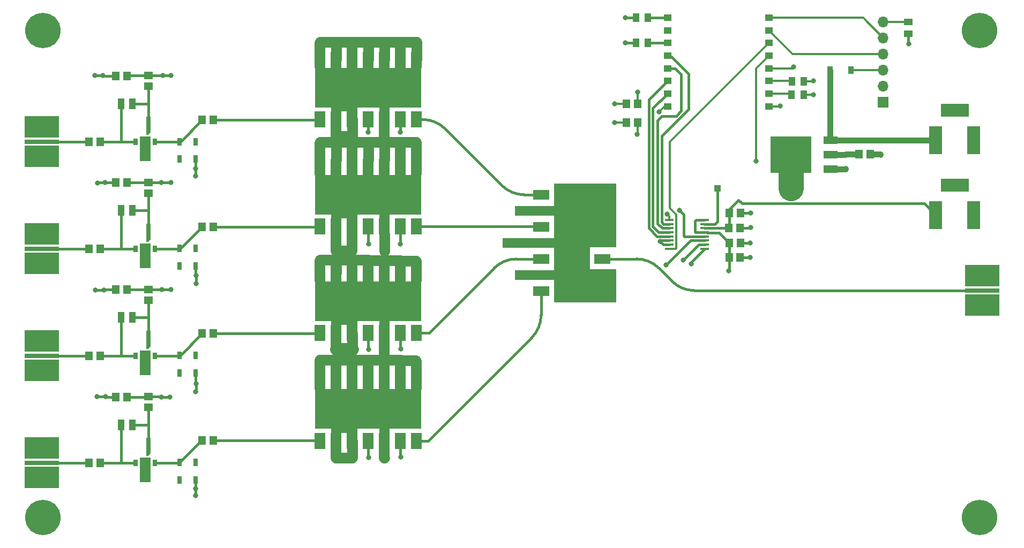
<source format=gbr>
%TF.GenerationSoftware,KiCad,Pcbnew,6.0.11*%
%TF.CreationDate,2023-02-03T09:16:33-05:00*%
%TF.ProjectId,PhasedArrayReceiver,50686173-6564-4417-9272-617952656365,rev?*%
%TF.SameCoordinates,Original*%
%TF.FileFunction,Copper,L1,Top*%
%TF.FilePolarity,Positive*%
%FSLAX46Y46*%
G04 Gerber Fmt 4.6, Leading zero omitted, Abs format (unit mm)*
G04 Created by KiCad (PCBNEW 6.0.11) date 2023-02-03 09:16:33*
%MOMM*%
%LPD*%
G01*
G04 APERTURE LIST*
G04 Aperture macros list*
%AMOutline5P*
0 Free polygon, 5 corners , with rotation*
0 The origin of the aperture is its center*
0 number of corners: always 5*
0 $1 to $10 corner X, Y*
0 $11 Rotation angle, in degrees counterclockwise*
0 create outline with 5 corners*
4,1,5,$1,$2,$3,$4,$5,$6,$7,$8,$9,$10,$1,$2,$11*%
%AMOutline6P*
0 Free polygon, 6 corners , with rotation*
0 The origin of the aperture is its center*
0 number of corners: always 6*
0 $1 to $12 corner X, Y*
0 $13 Rotation angle, in degrees counterclockwise*
0 create outline with 6 corners*
4,1,6,$1,$2,$3,$4,$5,$6,$7,$8,$9,$10,$11,$12,$1,$2,$13*%
%AMOutline7P*
0 Free polygon, 7 corners , with rotation*
0 The origin of the aperture is its center*
0 number of corners: always 7*
0 $1 to $14 corner X, Y*
0 $15 Rotation angle, in degrees counterclockwise*
0 create outline with 7 corners*
4,1,7,$1,$2,$3,$4,$5,$6,$7,$8,$9,$10,$11,$12,$13,$14,$1,$2,$15*%
%AMOutline8P*
0 Free polygon, 8 corners , with rotation*
0 The origin of the aperture is its center*
0 number of corners: always 8*
0 $1 to $16 corner X, Y*
0 $17 Rotation angle, in degrees counterclockwise*
0 create outline with 8 corners*
4,1,8,$1,$2,$3,$4,$5,$6,$7,$8,$9,$10,$11,$12,$13,$14,$15,$16,$1,$2,$17*%
G04 Aperture macros list end*
%TA.AperFunction,SMDPad,CuDef*%
%ADD10R,1.420000X1.200000*%
%TD*%
%TA.AperFunction,SMDPad,CuDef*%
%ADD11R,1.020000X1.780000*%
%TD*%
%TA.AperFunction,SMDPad,CuDef*%
%ADD12R,1.010000X1.380000*%
%TD*%
%TA.AperFunction,SMDPad,CuDef*%
%ADD13R,1.380000X1.010000*%
%TD*%
%TA.AperFunction,ComponentPad*%
%ADD14R,2.000000X4.500000*%
%TD*%
%TA.AperFunction,ComponentPad*%
%ADD15R,4.500000X2.000000*%
%TD*%
%TA.AperFunction,SMDPad,CuDef*%
%ADD16R,1.150000X1.450000*%
%TD*%
%TA.AperFunction,SMDPad,CuDef*%
%ADD17R,1.160000X1.470000*%
%TD*%
%TA.AperFunction,ComponentPad*%
%ADD18C,3.600000*%
%TD*%
%TA.AperFunction,ConnectorPad*%
%ADD19C,5.600000*%
%TD*%
%TA.AperFunction,SMDPad,CuDef*%
%ADD20R,5.540000X0.720000*%
%TD*%
%TA.AperFunction,SMDPad,CuDef*%
%ADD21R,5.540000X3.450000*%
%TD*%
%TA.AperFunction,ComponentPad*%
%ADD22C,1.400000*%
%TD*%
%TA.AperFunction,ComponentPad*%
%ADD23C,0.508000*%
%TD*%
%TA.AperFunction,SMDPad,CuDef*%
%ADD24R,2.540000X1.650000*%
%TD*%
%TA.AperFunction,SMDPad,CuDef*%
%ADD25R,2.200000X1.200000*%
%TD*%
%TA.AperFunction,SMDPad,CuDef*%
%ADD26R,6.400000X5.800000*%
%TD*%
%TA.AperFunction,SMDPad,CuDef*%
%ADD27R,1.473200X0.355600*%
%TD*%
%TA.AperFunction,SMDPad,CuDef*%
%ADD28R,1.651000X2.540000*%
%TD*%
%TA.AperFunction,SMDPad,CuDef*%
%ADD29R,16.890000X6.225000*%
%TD*%
%TA.AperFunction,SMDPad,CuDef*%
%ADD30R,0.760000X1.270000*%
%TD*%
%TA.AperFunction,SMDPad,CuDef*%
%ADD31R,0.790000X1.117600*%
%TD*%
%TA.AperFunction,SMDPad,CuDef*%
%ADD32Outline5P,-0.304800X1.435100X0.304800X1.435100X0.304800X-1.130300X0.000000X-1.435100X-0.304800X-1.435100X0.000000*%
%TD*%
%TA.AperFunction,HeatsinkPad*%
%ADD33C,0.381000*%
%TD*%
%TA.AperFunction,HeatsinkPad*%
%ADD34R,1.700000X2.286000*%
%TD*%
%TA.AperFunction,HeatsinkPad*%
%ADD35R,1.700000X1.700000*%
%TD*%
%TA.AperFunction,ComponentPad*%
%ADD36R,1.000000X1.000000*%
%TD*%
%TA.AperFunction,SMDPad,CuDef*%
%ADD37R,1.200000X1.000000*%
%TD*%
%TA.AperFunction,ComponentPad*%
%ADD38R,1.700000X1.700000*%
%TD*%
%TA.AperFunction,ComponentPad*%
%ADD39O,1.700000X1.700000*%
%TD*%
%TA.AperFunction,SMDPad,CuDef*%
%ADD40R,0.900000X1.200000*%
%TD*%
%TA.AperFunction,ViaPad*%
%ADD41C,0.800000*%
%TD*%
%TA.AperFunction,ViaPad*%
%ADD42C,3.000000*%
%TD*%
%TA.AperFunction,Conductor*%
%ADD43C,0.412683*%
%TD*%
%TA.AperFunction,Conductor*%
%ADD44C,0.900000*%
%TD*%
%TA.AperFunction,Conductor*%
%ADD45C,0.350000*%
%TD*%
%TA.AperFunction,Conductor*%
%ADD46C,4.000000*%
%TD*%
%TA.AperFunction,Conductor*%
%ADD47C,1.651000*%
%TD*%
%TA.AperFunction,Conductor*%
%ADD48C,2.000000*%
%TD*%
G04 APERTURE END LIST*
%TO.C,U9*%
G36*
X157850000Y-80272000D02*
G01*
X150550000Y-80272000D01*
X150550000Y-78748000D01*
X157850000Y-78748000D01*
X157850000Y-80272000D01*
G37*
G36*
X157850000Y-85352000D02*
G01*
X148650000Y-85352000D01*
X148650000Y-83828000D01*
X157850000Y-83828000D01*
X157850000Y-85352000D01*
G37*
G36*
X157850000Y-90432000D02*
G01*
X150550000Y-90432000D01*
X150550000Y-88908000D01*
X157850000Y-88908000D01*
X157850000Y-90432000D01*
G37*
G36*
X166550000Y-85290000D02*
G01*
X161150000Y-85290000D01*
X161150000Y-75190000D01*
X166550000Y-75190000D01*
X166550000Y-85290000D01*
G37*
G36*
X166550000Y-93990000D02*
G01*
X161150000Y-93990000D01*
X161150000Y-88790000D01*
X166550000Y-88790000D01*
X166550000Y-93990000D01*
G37*
G36*
X156750000Y-93990000D02*
G01*
X162450000Y-93990000D01*
X162450000Y-75190000D01*
X156750000Y-75190000D01*
X156750000Y-93990000D01*
G37*
%TO.C,U13*%
G36*
X129114500Y-114640000D02*
G01*
X130765500Y-114640000D01*
X130765500Y-113910000D01*
X129114500Y-113910000D01*
X129114500Y-114640000D01*
G37*
G36*
X121494500Y-114640000D02*
G01*
X125685500Y-114640000D01*
X125685500Y-113910000D01*
X121494500Y-113910000D01*
X121494500Y-114640000D01*
G37*
%TO.C,U12*%
G36*
X129114500Y-97577500D02*
G01*
X130765500Y-97577500D01*
X130765500Y-96847500D01*
X129114500Y-96847500D01*
X129114500Y-97577500D01*
G37*
G36*
X121494500Y-97577500D02*
G01*
X125685500Y-97577500D01*
X125685500Y-96847500D01*
X121494500Y-96847500D01*
X121494500Y-97577500D01*
G37*
%TO.C,U11*%
G36*
X129114500Y-80740000D02*
G01*
X130765500Y-80740000D01*
X130765500Y-80010000D01*
X129114500Y-80010000D01*
X129114500Y-80740000D01*
G37*
G36*
X121494500Y-80740000D02*
G01*
X125685500Y-80740000D01*
X125685500Y-80010000D01*
X121494500Y-80010000D01*
X121494500Y-80740000D01*
G37*
%TO.C,U2*%
G36*
X121494500Y-63800000D02*
G01*
X125685500Y-63800000D01*
X125685500Y-63070000D01*
X121494500Y-63070000D01*
X121494500Y-63800000D01*
G37*
G36*
X129114500Y-63800000D02*
G01*
X130765500Y-63800000D01*
X130765500Y-63070000D01*
X129114500Y-63070000D01*
X129114500Y-63800000D01*
G37*
%TD*%
D10*
%TO.P,R4,1*%
%TO.N,Net-(L4-Pad2)*%
X92690000Y-110605000D03*
%TO.P,R4,2*%
%TO.N,/+3.3V*%
X92690000Y-108935000D03*
%TD*%
%TO.P,R3,1*%
%TO.N,Net-(L3-Pad2)*%
X92690000Y-93665000D03*
%TO.P,R3,2*%
%TO.N,/+3.3V*%
X92690000Y-91995000D03*
%TD*%
%TO.P,R2,1*%
%TO.N,Net-(L2-Pad2)*%
X92690000Y-76725000D03*
%TO.P,R2,2*%
%TO.N,/+3.3V*%
X92690000Y-75055000D03*
%TD*%
%TO.P,R1,1*%
%TO.N,Net-(L1-Pad2)*%
X92660000Y-59815000D03*
%TO.P,R1,2*%
%TO.N,/+3.3V*%
X92660000Y-58145000D03*
%TD*%
D11*
%TO.P,L4,1,1*%
%TO.N,Net-(C6-Pad2)*%
X88350000Y-113350000D03*
%TO.P,L4,2,2*%
%TO.N,Net-(L4-Pad2)*%
X90130000Y-113350000D03*
%TD*%
%TO.P,L3,1,1*%
%TO.N,Net-(C5-Pad2)*%
X88350000Y-96410000D03*
%TO.P,L3,2,2*%
%TO.N,Net-(L3-Pad2)*%
X90130000Y-96410000D03*
%TD*%
%TO.P,L2,1,1*%
%TO.N,Net-(C4-Pad2)*%
X88350000Y-79470000D03*
%TO.P,L2,2,2*%
%TO.N,Net-(L2-Pad2)*%
X90130000Y-79470000D03*
%TD*%
%TO.P,L1,1,1*%
%TO.N,Net-(C1-Pad2)*%
X88350000Y-62560000D03*
%TO.P,L1,2,2*%
%TO.N,Net-(L1-Pad2)*%
X90130000Y-62560000D03*
%TD*%
D12*
%TO.P,R9,1*%
%TO.N,/SPI_CS*%
X194290000Y-61140000D03*
%TO.P,R9,2*%
%TO.N,/GND*%
X196190000Y-61140000D03*
%TD*%
%TO.P,R8,1*%
%TO.N,/+3.3V*%
X196200000Y-59000000D03*
%TO.P,R8,2*%
%TO.N,Net-(MOD1-Pad11)*%
X194300000Y-59000000D03*
%TD*%
%TO.P,R7,1*%
%TO.N,/+3.3V*%
X169700000Y-52930000D03*
%TO.P,R7,2*%
%TO.N,Net-(MOD1-Pad3)*%
X171600000Y-52930000D03*
%TD*%
%TO.P,R6,1*%
%TO.N,/+3.3V*%
X169700000Y-48980000D03*
%TO.P,R6,2*%
%TO.N,Net-(MOD1-Pad1)*%
X171600000Y-48980000D03*
%TD*%
D13*
%TO.P,R5,1*%
%TO.N,/+3.3V*%
X212730000Y-51540000D03*
%TO.P,R5,2*%
%TO.N,/FTDI_RTS#*%
X212730000Y-49640000D03*
%TD*%
D14*
%TO.P,J7,1*%
%TO.N,/+12V*%
X217050000Y-80170000D03*
%TO.P,J7,2*%
%TO.N,/GND*%
X223050000Y-80170000D03*
D15*
%TO.P,J7,3*%
%TO.N,N/C*%
X220050000Y-75470000D03*
%TD*%
D14*
%TO.P,J6,1*%
%TO.N,/+5V*%
X217050000Y-68330000D03*
%TO.P,J6,2*%
%TO.N,/GND*%
X223050000Y-68330000D03*
D15*
%TO.P,J6,3*%
%TO.N,N/C*%
X220050000Y-63630000D03*
%TD*%
D16*
%TO.P,C19,1*%
%TO.N,/+3.3V*%
X204910000Y-70590000D03*
%TO.P,C19,2*%
%TO.N,/GND*%
X206710000Y-70590000D03*
%TD*%
%TO.P,C18,1*%
%TO.N,/+3.3V*%
X169970000Y-65580000D03*
%TO.P,C18,2*%
%TO.N,/GND*%
X168170000Y-65580000D03*
%TD*%
%TO.P,C14,1*%
%TO.N,/+3.3V*%
X184420000Y-84590000D03*
%TO.P,C14,2*%
%TO.N,/GND*%
X186220000Y-84590000D03*
%TD*%
%TO.P,C13,1*%
%TO.N,/+12V*%
X184410000Y-79870000D03*
%TO.P,C13,2*%
%TO.N,/GND*%
X186210000Y-79870000D03*
%TD*%
D17*
%TO.P,C1,1*%
%TO.N,Net-(C1-Pad1)*%
X83290000Y-68570000D03*
%TO.P,C1,2*%
%TO.N,Net-(C1-Pad2)*%
X85050000Y-68570000D03*
%TD*%
%TO.P,C17,1*%
%TO.N,/+3.3V*%
X169940000Y-62570000D03*
%TO.P,C17,2*%
%TO.N,/GND*%
X168180000Y-62570000D03*
%TD*%
%TO.P,C16,1*%
%TO.N,/+3.3V*%
X184400000Y-86930000D03*
%TO.P,C16,2*%
%TO.N,/GND*%
X186160000Y-86930000D03*
%TD*%
%TO.P,C15,1*%
%TO.N,/+12V*%
X184380000Y-82240000D03*
%TO.P,C15,2*%
%TO.N,/GND*%
X186140000Y-82240000D03*
%TD*%
%TO.P,C12,1*%
%TO.N,Net-(C12-Pad1)*%
X101160000Y-115850000D03*
%TO.P,C12,2*%
%TO.N,Net-(C12-Pad2)*%
X102920000Y-115850000D03*
%TD*%
%TO.P,C11,1*%
%TO.N,Net-(C11-Pad1)*%
X101160000Y-98940000D03*
%TO.P,C11,2*%
%TO.N,Net-(C11-Pad2)*%
X102920000Y-98940000D03*
%TD*%
%TO.P,C10,1*%
%TO.N,Net-(C10-Pad1)*%
X101160000Y-82030000D03*
%TO.P,C10,2*%
%TO.N,Net-(C10-Pad2)*%
X102920000Y-82030000D03*
%TD*%
%TO.P,C9,1*%
%TO.N,/+3.3V*%
X89240000Y-108950000D03*
%TO.P,C9,2*%
%TO.N,/GND*%
X87480000Y-108950000D03*
%TD*%
%TO.P,C8,1*%
%TO.N,/+3.3V*%
X89240000Y-92010000D03*
%TO.P,C8,2*%
%TO.N,/GND*%
X87480000Y-92010000D03*
%TD*%
%TO.P,C7,1*%
%TO.N,/+3.3V*%
X89240000Y-75070000D03*
%TO.P,C7,2*%
%TO.N,/GND*%
X87480000Y-75070000D03*
%TD*%
%TO.P,C6,1*%
%TO.N,Net-(C6-Pad1)*%
X83290000Y-119380000D03*
%TO.P,C6,2*%
%TO.N,Net-(C6-Pad2)*%
X85050000Y-119380000D03*
%TD*%
%TO.P,C5,1*%
%TO.N,Net-(C5-Pad1)*%
X83290000Y-102440000D03*
%TO.P,C5,2*%
%TO.N,Net-(C5-Pad2)*%
X85050000Y-102440000D03*
%TD*%
%TO.P,C4,1*%
%TO.N,Net-(C4-Pad1)*%
X83290000Y-85510000D03*
%TO.P,C4,2*%
%TO.N,Net-(C4-Pad2)*%
X85050000Y-85510000D03*
%TD*%
%TO.P,C3,1*%
%TO.N,Net-(C3-Pad1)*%
X101160000Y-65120000D03*
%TO.P,C3,2*%
%TO.N,Net-(C3-Pad2)*%
X102920000Y-65120000D03*
%TD*%
%TO.P,C2,1*%
%TO.N,/+3.3V*%
X89240000Y-58160000D03*
%TO.P,C2,2*%
%TO.N,/GND*%
X87480000Y-58160000D03*
%TD*%
D18*
%TO.P,REF\u002A\u002A,1*%
%TO.N,N/C*%
X76000000Y-128000000D03*
D19*
X76000000Y-128000000D03*
%TD*%
D18*
%TO.P,REF\u002A\u002A,1*%
%TO.N,N/C*%
X224000000Y-128000000D03*
D19*
X224000000Y-128000000D03*
%TD*%
D18*
%TO.P,REF\u002A\u002A,1*%
%TO.N,N/C*%
X224000000Y-51000000D03*
D19*
X224000000Y-51000000D03*
%TD*%
D18*
%TO.P,REF\u002A\u002A,1*%
%TO.N,N/C*%
X76000000Y-51000000D03*
D19*
X76000000Y-51000000D03*
%TD*%
D20*
%TO.P,J8,1,1*%
%TO.N,Net-(J8-Pad1)*%
X224395000Y-92120000D03*
D21*
%TO.P,J8,G1,GND*%
%TO.N,/GND*%
X224395000Y-89780000D03*
D22*
%TO.P,J8,G1-1,GND*%
X223205000Y-90685000D03*
%TO.P,J8,G1-2,GND*%
X225497000Y-90685000D03*
D21*
%TO.P,J8,G2,GND*%
X224395000Y-94460000D03*
D22*
%TO.P,J8,G2-1,GND*%
X223205000Y-93555000D03*
%TO.P,J8,G2-2,GND*%
X225497000Y-93555000D03*
%TD*%
D20*
%TO.P,J4,1,1*%
%TO.N,Net-(C6-Pad1)*%
X75825000Y-119380000D03*
D21*
%TO.P,J4,G1,GND*%
%TO.N,/GND*%
X75825000Y-121720000D03*
D22*
%TO.P,J4,G1-1,GND*%
X77015000Y-120815000D03*
%TO.P,J4,G1-2,GND*%
X74723000Y-120815000D03*
D21*
%TO.P,J4,G2,GND*%
X75825000Y-117040000D03*
D22*
%TO.P,J4,G2-1,GND*%
X77015000Y-117945000D03*
%TO.P,J4,G2-2,GND*%
X74723000Y-117945000D03*
%TD*%
D20*
%TO.P,J3,1,1*%
%TO.N,Net-(C5-Pad1)*%
X75825000Y-102446666D03*
D21*
%TO.P,J3,G1,GND*%
%TO.N,/GND*%
X75825000Y-104786666D03*
D22*
%TO.P,J3,G1-1,GND*%
X77015000Y-103881666D03*
%TO.P,J3,G1-2,GND*%
X74723000Y-103881666D03*
D21*
%TO.P,J3,G2,GND*%
X75825000Y-100106666D03*
D22*
%TO.P,J3,G2-1,GND*%
X77015000Y-101011666D03*
%TO.P,J3,G2-2,GND*%
X74723000Y-101011666D03*
%TD*%
D20*
%TO.P,J2,1,1*%
%TO.N,Net-(C4-Pad1)*%
X75825000Y-85513333D03*
D21*
%TO.P,J2,G1,GND*%
%TO.N,/GND*%
X75825000Y-87853333D03*
D22*
%TO.P,J2,G1-1,GND*%
X77015000Y-86948333D03*
%TO.P,J2,G1-2,GND*%
X74723000Y-86948333D03*
D21*
%TO.P,J2,G2,GND*%
X75825000Y-83173333D03*
D22*
%TO.P,J2,G2-1,GND*%
X77015000Y-84078333D03*
%TO.P,J2,G2-2,GND*%
X74723000Y-84078333D03*
%TD*%
D20*
%TO.P,J1,1,1*%
%TO.N,Net-(C1-Pad1)*%
X75825000Y-68580000D03*
D21*
%TO.P,J1,G1,GND*%
%TO.N,/GND*%
X75825000Y-70920000D03*
D22*
%TO.P,J1,G1-1,GND*%
X77015000Y-70015000D03*
%TO.P,J1,G1-2,GND*%
X74723000Y-70015000D03*
D21*
%TO.P,J1,G2,GND*%
X75825000Y-66240000D03*
D22*
%TO.P,J1,G2-1,GND*%
X77015000Y-67145000D03*
%TO.P,J1,G2-2,GND*%
X74723000Y-67145000D03*
%TD*%
D23*
%TO.P,U9,1,GND*%
%TO.N,/GND*%
X161850000Y-92210000D03*
X163950000Y-89670000D03*
X157330000Y-76970000D03*
X161850000Y-82050000D03*
X161850000Y-89670000D03*
D24*
X164375000Y-82050000D03*
D23*
X161850000Y-87090000D03*
X154850000Y-89670000D03*
X166050000Y-76970000D03*
X154850000Y-79510000D03*
X157330000Y-89670000D03*
D24*
X164375000Y-92210000D03*
D23*
X166050000Y-84590000D03*
X157330000Y-92210000D03*
X166050000Y-92210000D03*
D24*
X164375000Y-76970000D03*
D23*
X161850000Y-79510000D03*
X152950000Y-79530000D03*
X161850000Y-84590000D03*
X163950000Y-79510000D03*
X166050000Y-79510000D03*
X166050000Y-89670000D03*
X163950000Y-84590000D03*
X157330000Y-82050000D03*
X161850000Y-76970000D03*
X152950000Y-84590000D03*
X157330000Y-79510000D03*
X157330000Y-84590000D03*
X149550000Y-84590000D03*
X157330000Y-87090000D03*
X166050000Y-82050000D03*
X152950000Y-89690000D03*
X151150000Y-89690000D03*
X151150000Y-79530000D03*
X151150000Y-84590000D03*
X154850000Y-84590000D03*
D24*
%TO.P,U9,2,PORT1*%
%TO.N,/RF4*%
X154725000Y-92210000D03*
%TO.P,U9,3,SUM_PORT*%
%TO.N,Net-(J8-Pad1)*%
X164375000Y-87130000D03*
%TO.P,U9,4,PORT2*%
%TO.N,/RF3*%
X154725000Y-87130000D03*
%TO.P,U9,6,PORT3*%
%TO.N,/RF2*%
X154725000Y-82050000D03*
%TO.P,U9,8,PORT4*%
%TO.N,/RF1*%
X154725000Y-76970000D03*
%TD*%
D25*
%TO.P,U15,1,GND*%
%TO.N,/GND*%
X200460000Y-72900000D03*
%TO.P,U15,2,Q*%
%TO.N,/+3.3V*%
X200460000Y-70620000D03*
D26*
X194160000Y-70620000D03*
D25*
%TO.P,U15,3,I*%
%TO.N,/+5V*%
X200460000Y-68340000D03*
%TD*%
D27*
%TO.P,U14,1,\u002ACLR*%
%TO.N,/IO4*%
X174918500Y-80944000D03*
%TO.P,U14,2,\u002ASYNC*%
%TO.N,/IO16*%
X174918500Y-81604400D03*
%TO.P,U14,3,SCLK*%
%TO.N,/SPI_CLK*%
X174918500Y-82264800D03*
%TO.P,U14,4,SDI*%
%TO.N,/SPI_MOSI*%
X174918500Y-82899800D03*
%TO.P,U14,5,SDO*%
%TO.N,/SPI_MISO*%
X174918500Y-83560200D03*
%TO.P,U14,6,DGND*%
%TO.N,/GND*%
X174918500Y-84195200D03*
%TO.P,U14,7,AGND*%
X174918500Y-84855600D03*
%TO.P,U14,8,\u002ALDAC*%
%TO.N,/IO5*%
X174918500Y-85516000D03*
%TO.P,U14,9,VOUTD*%
%TO.N,/BIAS4*%
X180557300Y-85516000D03*
%TO.P,U14,10,VOUTC*%
%TO.N,/BIAS3*%
X180557300Y-84855600D03*
%TO.P,U14,11,VOUTB*%
%TO.N,/BIAS2*%
X180557300Y-84195200D03*
%TO.P,U14,12,VOUTA*%
%TO.N,/BIAS1*%
X180557300Y-83560200D03*
%TO.P,U14,13,\u002AR_SEL*%
%TO.N,/+3.3V*%
X180557300Y-82899800D03*
%TO.P,U14,14,VDD*%
%TO.N,/+12V*%
X180557300Y-82264800D03*
%TO.P,U14,15,\u002AALARM*%
%TO.N,Net-(TP1-Pad1)*%
X180557300Y-81604400D03*
%TO.P,U14,16,VLOGIC*%
%TO.N,/+3.3V*%
X180557300Y-80944000D03*
%TD*%
D28*
%TO.P,U13,7,OUT*%
%TO.N,/RF4*%
X135020000Y-115910000D03*
%TO.P,U13,6,BIAS*%
%TO.N,/BIAS4*%
X132480000Y-115910000D03*
%TO.P,U13,4,BIAS*%
X127400000Y-115910000D03*
%TO.P,U13,2,GND*%
%TO.N,/GND*%
X124860000Y-106510000D03*
D23*
X135020000Y-108923000D03*
D28*
X127400000Y-106510000D03*
D23*
X129940000Y-110066000D03*
X119780000Y-108923000D03*
X135020000Y-113497000D03*
X132480000Y-110066000D03*
D29*
X127400000Y-110892500D03*
D23*
X135020000Y-110066000D03*
X132480000Y-108923000D03*
X122320000Y-112354000D03*
X129940000Y-108923000D03*
D28*
X132480000Y-106510000D03*
D23*
X124860000Y-112354000D03*
X127400000Y-110066000D03*
X119780000Y-112354000D03*
X127400000Y-113497000D03*
D28*
X122320000Y-106510000D03*
D23*
X132480000Y-112354000D03*
X124860000Y-113497000D03*
D28*
X129940000Y-115910000D03*
D23*
X129940000Y-113497000D03*
X129940000Y-112354000D03*
X127400000Y-112354000D03*
X122320000Y-113497000D03*
D28*
X119780000Y-106510000D03*
D23*
X122320000Y-110066000D03*
X122320000Y-108923000D03*
D28*
X135020000Y-106510000D03*
X124860000Y-115910000D03*
X129940000Y-106510000D03*
D23*
X132480000Y-113497000D03*
X124860000Y-110066000D03*
X119780000Y-110066000D03*
D28*
X122320000Y-115910000D03*
D23*
X127400000Y-108923000D03*
X124860000Y-108923000D03*
X135020000Y-112354000D03*
X119780000Y-113497000D03*
D28*
%TO.P,U13,1,IN*%
%TO.N,Net-(C12-Pad2)*%
X119780000Y-115910000D03*
%TD*%
%TO.P,U12,7,OUT*%
%TO.N,/RF3*%
X135020000Y-98847500D03*
%TO.P,U12,6,BIAS*%
%TO.N,/BIAS3*%
X132480000Y-98847500D03*
%TO.P,U12,4,BIAS*%
X127400000Y-98847500D03*
%TO.P,U12,2,GND*%
%TO.N,/GND*%
X124860000Y-89447500D03*
D23*
X135020000Y-91860500D03*
D28*
X127400000Y-89447500D03*
D23*
X129940000Y-93003500D03*
X119780000Y-91860500D03*
X135020000Y-96434500D03*
X132480000Y-93003500D03*
D29*
X127400000Y-93830000D03*
D23*
X135020000Y-93003500D03*
X132480000Y-91860500D03*
X122320000Y-95291500D03*
X129940000Y-91860500D03*
D28*
X132480000Y-89447500D03*
D23*
X124860000Y-95291500D03*
X127400000Y-93003500D03*
X119780000Y-95291500D03*
X127400000Y-96434500D03*
D28*
X122320000Y-89447500D03*
D23*
X132480000Y-95291500D03*
X124860000Y-96434500D03*
D28*
X129940000Y-98847500D03*
D23*
X129940000Y-96434500D03*
X129940000Y-95291500D03*
X127400000Y-95291500D03*
X122320000Y-96434500D03*
D28*
X119780000Y-89447500D03*
D23*
X122320000Y-93003500D03*
X122320000Y-91860500D03*
D28*
X135020000Y-89447500D03*
X124860000Y-98847500D03*
X129940000Y-89447500D03*
D23*
X132480000Y-96434500D03*
X124860000Y-93003500D03*
X119780000Y-93003500D03*
D28*
X122320000Y-98847500D03*
D23*
X127400000Y-91860500D03*
X124860000Y-91860500D03*
X135020000Y-95291500D03*
X119780000Y-96434500D03*
D28*
%TO.P,U12,1,IN*%
%TO.N,Net-(C11-Pad2)*%
X119780000Y-98847500D03*
%TD*%
%TO.P,U11,7,OUT*%
%TO.N,/RF2*%
X135020000Y-82010000D03*
%TO.P,U11,6,BIAS*%
%TO.N,/BIAS2*%
X132480000Y-82010000D03*
%TO.P,U11,4,BIAS*%
X127400000Y-82010000D03*
%TO.P,U11,2,GND*%
%TO.N,/GND*%
X124860000Y-72610000D03*
D23*
X135020000Y-75023000D03*
D28*
X127400000Y-72610000D03*
D23*
X129940000Y-76166000D03*
X119780000Y-75023000D03*
X135020000Y-79597000D03*
X132480000Y-76166000D03*
D29*
X127400000Y-76992500D03*
D23*
X135020000Y-76166000D03*
X132480000Y-75023000D03*
X122320000Y-78454000D03*
X129940000Y-75023000D03*
D28*
X132480000Y-72610000D03*
D23*
X124860000Y-78454000D03*
X127400000Y-76166000D03*
X119780000Y-78454000D03*
X127400000Y-79597000D03*
D28*
X122320000Y-72610000D03*
D23*
X132480000Y-78454000D03*
X124860000Y-79597000D03*
D28*
X129940000Y-82010000D03*
D23*
X129940000Y-79597000D03*
X129940000Y-78454000D03*
X127400000Y-78454000D03*
X122320000Y-79597000D03*
D28*
X119780000Y-72610000D03*
D23*
X122320000Y-76166000D03*
X122320000Y-75023000D03*
D28*
X135020000Y-72610000D03*
X124860000Y-82010000D03*
X129940000Y-72610000D03*
D23*
X132480000Y-79597000D03*
X124860000Y-76166000D03*
X119780000Y-76166000D03*
D28*
X122320000Y-82010000D03*
D23*
X127400000Y-75023000D03*
X124860000Y-75023000D03*
X135020000Y-78454000D03*
X119780000Y-79597000D03*
D28*
%TO.P,U11,1,IN*%
%TO.N,Net-(C10-Pad2)*%
X119780000Y-82010000D03*
%TD*%
D30*
%TO.P,U10,1,RF_IN*%
%TO.N,Net-(C12-Pad1)*%
X97590000Y-119295000D03*
%TO.P,U10,2*%
%TO.N,unconnected-(U10-Pad2)*%
X100130000Y-119295000D03*
%TO.P,U10,3,DC*%
%TO.N,/+3.3V*%
X100130000Y-122085000D03*
%TO.P,U10,4*%
%TO.N,unconnected-(U10-Pad4)*%
X97590000Y-122085000D03*
%TD*%
%TO.P,U8,1,RF_IN*%
%TO.N,Net-(C11-Pad1)*%
X97590000Y-102385000D03*
%TO.P,U8,2*%
%TO.N,unconnected-(U8-Pad2)*%
X100130000Y-102385000D03*
%TO.P,U8,3,DC*%
%TO.N,/+3.3V*%
X100130000Y-105175000D03*
%TO.P,U8,4*%
%TO.N,unconnected-(U8-Pad4)*%
X97590000Y-105175000D03*
%TD*%
%TO.P,U7,1,RF_IN*%
%TO.N,Net-(C10-Pad1)*%
X97590000Y-85475000D03*
%TO.P,U7,2*%
%TO.N,unconnected-(U7-Pad2)*%
X100130000Y-85475000D03*
%TO.P,U7,3,DC*%
%TO.N,/+3.3V*%
X100130000Y-88265000D03*
%TO.P,U7,4*%
%TO.N,unconnected-(U7-Pad4)*%
X97590000Y-88265000D03*
%TD*%
D31*
%TO.P,U6,1,RF_IN*%
%TO.N,Net-(C6-Pad2)*%
X90660000Y-119380000D03*
%TO.P,U6,6,RF_OUT_DC*%
%TO.N,Net-(C12-Pad1)*%
X93660000Y-119380000D03*
D32*
%TO.P,U6,7,BIAS*%
%TO.N,Net-(L4-Pad2)*%
X92642600Y-116839900D03*
D33*
%TO.P,U6,9,GND*%
%TO.N,/GND*%
X91677400Y-121793000D03*
X91677400Y-119862600D03*
X91677400Y-118897400D03*
D34*
X92160000Y-121373000D03*
D33*
X92642600Y-119862600D03*
X92642600Y-121793000D03*
D35*
X92160000Y-119380000D03*
D33*
X92642600Y-118897400D03*
%TD*%
D31*
%TO.P,U5,1,RF_IN*%
%TO.N,Net-(C5-Pad2)*%
X90660000Y-102440000D03*
%TO.P,U5,6,RF_OUT_DC*%
%TO.N,Net-(C11-Pad1)*%
X93660000Y-102440000D03*
D32*
%TO.P,U5,7,BIAS*%
%TO.N,Net-(L3-Pad2)*%
X92642600Y-99899900D03*
D33*
%TO.P,U5,9,GND*%
%TO.N,/GND*%
X91677400Y-104853000D03*
X91677400Y-102922600D03*
X91677400Y-101957400D03*
D34*
X92160000Y-104433000D03*
D33*
X92642600Y-102922600D03*
X92642600Y-104853000D03*
D35*
X92160000Y-102440000D03*
D33*
X92642600Y-101957400D03*
%TD*%
%TO.P,U4,9,GND*%
%TO.N,/GND*%
X92642600Y-85017400D03*
D35*
X92160000Y-85500000D03*
D33*
X92642600Y-87913000D03*
X92642600Y-85982600D03*
D34*
X92160000Y-87493000D03*
D33*
X91677400Y-85017400D03*
X91677400Y-85982600D03*
X91677400Y-87913000D03*
D32*
%TO.P,U4,7,BIAS*%
%TO.N,Net-(L2-Pad2)*%
X92642600Y-82959900D03*
D31*
%TO.P,U4,6,RF_OUT_DC*%
%TO.N,Net-(C10-Pad1)*%
X93660000Y-85500000D03*
%TO.P,U4,1,RF_IN*%
%TO.N,Net-(C4-Pad2)*%
X90660000Y-85500000D03*
%TD*%
D30*
%TO.P,U3,1,RF_IN*%
%TO.N,Net-(C3-Pad1)*%
X97590000Y-68565000D03*
%TO.P,U3,2*%
%TO.N,unconnected-(U3-Pad2)*%
X100130000Y-68565000D03*
%TO.P,U3,3,DC*%
%TO.N,/+3.3V*%
X100130000Y-71355000D03*
%TO.P,U3,4*%
%TO.N,unconnected-(U3-Pad4)*%
X97590000Y-71355000D03*
%TD*%
D28*
%TO.P,U2,1,IN*%
%TO.N,Net-(C3-Pad2)*%
X119780000Y-65070000D03*
D23*
%TO.P,U2,2,GND*%
%TO.N,/GND*%
X119780000Y-62657000D03*
X135020000Y-61514000D03*
X124860000Y-58083000D03*
X127400000Y-58083000D03*
D28*
X122320000Y-65070000D03*
D23*
X119780000Y-59226000D03*
X124860000Y-59226000D03*
X132480000Y-62657000D03*
D28*
X129940000Y-55670000D03*
X124860000Y-65070000D03*
X135020000Y-55670000D03*
D23*
X122320000Y-58083000D03*
X122320000Y-59226000D03*
D28*
X119780000Y-55670000D03*
D23*
X122320000Y-62657000D03*
X127400000Y-61514000D03*
X129940000Y-61514000D03*
X129940000Y-62657000D03*
D28*
X129940000Y-65070000D03*
D23*
X124860000Y-62657000D03*
X132480000Y-61514000D03*
D28*
X122320000Y-55670000D03*
D23*
X127400000Y-62657000D03*
X119780000Y-61514000D03*
X127400000Y-59226000D03*
X124860000Y-61514000D03*
D28*
X132480000Y-55670000D03*
D23*
X129940000Y-58083000D03*
X122320000Y-61514000D03*
X132480000Y-58083000D03*
X135020000Y-59226000D03*
D29*
X127400000Y-60052500D03*
D23*
X132480000Y-59226000D03*
X135020000Y-62657000D03*
X119780000Y-58083000D03*
X129940000Y-59226000D03*
D28*
X127400000Y-55670000D03*
D23*
X135020000Y-58083000D03*
D28*
X124860000Y-55670000D03*
%TO.P,U2,4,BIAS*%
%TO.N,/BIAS1*%
X127400000Y-65070000D03*
%TO.P,U2,6,BIAS*%
X132480000Y-65070000D03*
%TO.P,U2,7,OUT*%
%TO.N,/RF1*%
X135020000Y-65070000D03*
%TD*%
D31*
%TO.P,U1,1,RF_IN*%
%TO.N,Net-(C1-Pad2)*%
X90660000Y-68590000D03*
%TO.P,U1,6,RF_OUT_DC*%
%TO.N,Net-(C3-Pad1)*%
X93660000Y-68590000D03*
D32*
%TO.P,U1,7,BIAS*%
%TO.N,Net-(L1-Pad2)*%
X92642600Y-66049900D03*
D33*
%TO.P,U1,9,GND*%
%TO.N,/GND*%
X91677400Y-71003000D03*
X91677400Y-69072600D03*
X91677400Y-68107400D03*
D34*
X92160000Y-70583000D03*
D33*
X92642600Y-69072600D03*
X92642600Y-71003000D03*
D35*
X92160000Y-68590000D03*
D33*
X92642600Y-68107400D03*
%TD*%
D36*
%TO.P,TP1,1,1*%
%TO.N,Net-(TP1-Pad1)*%
X182580000Y-75990000D03*
%TD*%
D37*
%TO.P,MOD1,1,RST*%
%TO.N,Net-(MOD1-Pad1)*%
X174680000Y-48980000D03*
%TO.P,MOD1,2,ADC*%
%TO.N,unconnected-(MOD1-Pad2)*%
X174680000Y-50980000D03*
%TO.P,MOD1,3,EN*%
%TO.N,Net-(MOD1-Pad3)*%
X174680000Y-52980000D03*
%TO.P,MOD1,4,IO16*%
%TO.N,/IO16*%
X174680000Y-54980000D03*
%TO.P,MOD1,5,IO14*%
%TO.N,/SPI_CLK*%
X174680000Y-56980000D03*
%TO.P,MOD1,6,IO12*%
%TO.N,/SPI_MISO*%
X174680000Y-58980000D03*
%TO.P,MOD1,7,IO13*%
%TO.N,/SPI_MOSI*%
X174680000Y-60980000D03*
%TO.P,MOD1,8,VCC*%
%TO.N,/+3.3V*%
X174680000Y-62980000D03*
%TO.P,MOD1,9,GND*%
%TO.N,/GND*%
X190680000Y-62980000D03*
%TO.P,MOD1,10,IO15*%
%TO.N,/SPI_CS*%
X190680000Y-60980000D03*
%TO.P,MOD1,11,IO2*%
%TO.N,Net-(MOD1-Pad11)*%
X190680000Y-58980000D03*
%TO.P,MOD1,12,IO0*%
%TO.N,/FTDI_RTS#*%
X190680000Y-56980000D03*
%TO.P,MOD1,13,IO4*%
%TO.N,/IO4*%
X190680000Y-54980000D03*
%TO.P,MOD1,14,IO5*%
%TO.N,/IO5*%
X190680000Y-52980000D03*
%TO.P,MOD1,15,RXD0*%
%TO.N,/FTDI_TX*%
X190680000Y-50980000D03*
%TO.P,MOD1,16,TXD0*%
%TO.N,/FTDI_RX*%
X190680000Y-48980000D03*
%TD*%
D38*
%TO.P,J5,1,Pin_1*%
%TO.N,/GND*%
X208760000Y-62340000D03*
D39*
%TO.P,J5,2,Pin_2*%
%TO.N,/FTDI_CTS#*%
X208760000Y-59800000D03*
%TO.P,J5,3,Pin_3*%
%TO.N,/FTDI_5V*%
X208760000Y-57260000D03*
%TO.P,J5,4,Pin_4*%
%TO.N,/FTDI_TX*%
X208760000Y-54720000D03*
%TO.P,J5,5,Pin_5*%
%TO.N,/FTDI_RX*%
X208760000Y-52180000D03*
%TO.P,J5,6,Pin_6*%
%TO.N,/FTDI_RTS#*%
X208760000Y-49640000D03*
%TD*%
D40*
%TO.P,D1,1,K*%
%TO.N,/+5V*%
X200370000Y-57240000D03*
%TO.P,D1,2,A*%
%TO.N,/FTDI_5V*%
X203670000Y-57240000D03*
%TD*%
D41*
%TO.N,/+3.3V*%
X184390000Y-88970000D03*
X212780000Y-53080000D03*
X169910000Y-67390000D03*
%TO.N,/GND*%
X166330000Y-65580000D03*
X166310000Y-62570000D03*
%TO.N,/+3.3V*%
X169950000Y-60770000D03*
X173370000Y-63820000D03*
%TO.N,/GND*%
X208340000Y-70600000D03*
D42*
%TO.N,/+3.3V*%
X194130000Y-75970000D03*
D41*
X202820000Y-70570000D03*
%TO.N,/GND*%
X202820000Y-72850000D03*
X192440000Y-62910000D03*
X197760000Y-61140000D03*
%TO.N,/+3.3V*%
X197750000Y-58950000D03*
%TO.N,/FTDI_RTS#*%
X194590000Y-56780000D03*
%TO.N,/IO4*%
X188630000Y-71630000D03*
X174620000Y-80040000D03*
%TO.N,/+3.3V*%
X167970000Y-52900000D03*
X168000000Y-48980000D03*
%TO.N,/GND*%
X173490000Y-84366041D03*
X187770000Y-86930000D03*
X187770000Y-84600000D03*
X187790000Y-79880000D03*
X187820000Y-82170000D03*
%TO.N,/BIAS4*%
X178440000Y-87880000D03*
%TO.N,/BIAS3*%
X177160000Y-87300000D03*
%TO.N,/BIAS2*%
X174450000Y-88110000D03*
%TO.N,/BIAS1*%
X176570000Y-79470000D03*
%TO.N,/BIAS4*%
X132550000Y-118500000D03*
X127450000Y-118540000D03*
%TO.N,/BIAS3*%
X132550000Y-101390000D03*
X127450000Y-101420000D03*
%TO.N,/BIAS2*%
X132480000Y-84790000D03*
X127410000Y-84790000D03*
%TO.N,/BIAS1*%
X132480000Y-67080000D03*
X127390000Y-67090000D03*
%TO.N,/GND*%
X129960000Y-118630000D03*
X124870000Y-118490000D03*
X122320000Y-118450000D03*
X134965000Y-103170000D03*
X132434165Y-103170000D03*
X129890000Y-101280000D03*
X127372499Y-103170000D03*
X124841666Y-103170000D03*
X122310833Y-103170000D03*
X119780000Y-103170000D03*
X122320000Y-101280000D03*
X124890000Y-101380000D03*
X129890000Y-103170000D03*
X132445000Y-87420000D03*
X129920000Y-87420000D03*
X127395000Y-87370000D03*
X124870000Y-87415000D03*
X122345000Y-87340000D03*
X134970000Y-87470000D03*
X119820000Y-87340000D03*
X129950000Y-85955000D03*
X124860000Y-85865000D03*
X122335000Y-85865000D03*
X127404998Y-68650000D03*
X132438330Y-68650000D03*
X122371666Y-68690000D03*
X124888332Y-68650000D03*
X129921664Y-68650000D03*
X119855000Y-68660000D03*
X134955000Y-68670000D03*
X129940000Y-67780000D03*
X124870000Y-67745000D03*
X122345000Y-67745000D03*
X134960000Y-52870000D03*
X132443330Y-52870000D03*
X129926664Y-52870000D03*
X127409998Y-52870000D03*
X124893332Y-52870000D03*
X122376666Y-52910000D03*
X119860000Y-52860000D03*
%TO.N,/+3.3V*%
X100160000Y-91060000D03*
X100160000Y-89810000D03*
X100130000Y-124560000D03*
X100120000Y-123430000D03*
X100130000Y-108120000D03*
X100150000Y-106860000D03*
X100140000Y-74040000D03*
X100130000Y-72850000D03*
X96080000Y-108950000D03*
X94650000Y-108960000D03*
%TO.N,/GND*%
X84550000Y-108920000D03*
X85860000Y-108930000D03*
%TO.N,/+3.3V*%
X96220000Y-92000000D03*
X94730000Y-91990000D03*
%TO.N,/GND*%
X84290000Y-92030000D03*
X85630000Y-92020000D03*
%TO.N,/+3.3V*%
X96210000Y-75060000D03*
X94680000Y-75060000D03*
%TO.N,/GND*%
X84600000Y-75090000D03*
X85810000Y-75060000D03*
%TO.N,/+3.3V*%
X96190000Y-58140000D03*
X94940000Y-58140000D03*
%TO.N,/GND*%
X84200000Y-58140000D03*
X85490000Y-58140000D03*
%TD*%
D43*
%TO.N,Net-(J8-Pad1)*%
X173304450Y-88594482D02*
G75*
G03*
X169768932Y-87130000I-3535550J-3535518D01*
G01*
X178901068Y-92120022D02*
G75*
G02*
X175365535Y-90655533I32J5000022D01*
G01*
X164375000Y-87130000D02*
X169768932Y-87130000D01*
X173304466Y-88594466D02*
X175365534Y-90655534D01*
X178901068Y-92120000D02*
X224395000Y-92120000D01*
%TO.N,/+3.3V*%
X184400000Y-88960000D02*
X184390000Y-88970000D01*
X184400000Y-86930000D02*
X184400000Y-88960000D01*
D44*
%TO.N,/+5V*%
X200460000Y-68340000D02*
X217040000Y-68340000D01*
D45*
X217040000Y-68340000D02*
X217050000Y-68330000D01*
D43*
%TO.N,/+12V*%
X184410000Y-79250000D02*
X185870000Y-77790000D01*
X184410000Y-79870000D02*
X184410000Y-79250000D01*
X185870000Y-77790000D02*
X186426341Y-78346341D01*
X186426341Y-78346341D02*
X215226341Y-78346341D01*
X215226341Y-78346341D02*
X217050000Y-80170000D01*
%TO.N,/+3.3V*%
X212730000Y-53030000D02*
X212780000Y-53080000D01*
X212730000Y-51540000D02*
X212730000Y-53030000D01*
D45*
%TO.N,/FTDI_RTS#*%
X208760000Y-49640000D02*
X212730000Y-49640000D01*
D43*
%TO.N,/RF4*%
X153225518Y-99574450D02*
G75*
G03*
X154690000Y-96038932I-3535518J3535550D01*
G01*
%TO.N,/RF3*%
X150801068Y-87129978D02*
G75*
G03*
X147265535Y-88594467I32J-5000022D01*
G01*
%TO.N,/RF1*%
X152031068Y-76970022D02*
G75*
G02*
X148495535Y-75505533I32J5000022D01*
G01*
X135988932Y-65069978D02*
G75*
G02*
X139524465Y-66534467I-32J-5000022D01*
G01*
%TO.N,/RF4*%
X135020000Y-115910000D02*
X136890000Y-115910000D01*
X136890000Y-115910000D02*
X153225534Y-99574466D01*
X154690000Y-96038932D02*
X154690000Y-92245000D01*
X154690000Y-92245000D02*
X154725000Y-92210000D01*
%TO.N,/RF3*%
X135020000Y-98847500D02*
X137012500Y-98847500D01*
X137012500Y-98847500D02*
X147265534Y-88594466D01*
X150801068Y-87130000D02*
X154725000Y-87130000D01*
%TO.N,/RF2*%
X135020000Y-82010000D02*
X154685000Y-82010000D01*
X154685000Y-82010000D02*
X154725000Y-82050000D01*
%TO.N,/RF1*%
X135020000Y-65070000D02*
X135988932Y-65070000D01*
X152031068Y-76970000D02*
X154725000Y-76970000D01*
X139524466Y-66534466D02*
X148495534Y-75505534D01*
D45*
%TO.N,/+3.3V*%
X169970000Y-67330000D02*
X169910000Y-67390000D01*
X169970000Y-65580000D02*
X169970000Y-67330000D01*
%TO.N,/GND*%
X168170000Y-65580000D02*
X166330000Y-65580000D01*
X168180000Y-62570000D02*
X166310000Y-62570000D01*
%TO.N,/+3.3V*%
X169940000Y-60780000D02*
X169950000Y-60770000D01*
X169940000Y-62570000D02*
X169940000Y-60780000D01*
X174210000Y-62980000D02*
X173370000Y-63820000D01*
X174680000Y-62980000D02*
X174210000Y-62980000D01*
D44*
%TO.N,/GND*%
X208330000Y-70590000D02*
X208340000Y-70600000D01*
X206710000Y-70590000D02*
X208330000Y-70590000D01*
%TO.N,/+3.3V*%
X202820000Y-70570000D02*
X204890000Y-70570000D01*
X204890000Y-70570000D02*
X204910000Y-70590000D01*
X194160000Y-75940000D02*
X194130000Y-75970000D01*
D46*
X194160000Y-70620000D02*
X194160000Y-75940000D01*
D44*
X202770000Y-70620000D02*
X202820000Y-70570000D01*
X200460000Y-70620000D02*
X202770000Y-70620000D01*
%TO.N,/GND*%
X202770000Y-72900000D02*
X202820000Y-72850000D01*
X200460000Y-72900000D02*
X202770000Y-72900000D01*
%TO.N,/+5V*%
X200370000Y-57240000D02*
X200370000Y-68250000D01*
D45*
X200370000Y-68250000D02*
X200460000Y-68340000D01*
%TO.N,/GND*%
X192370000Y-62980000D02*
X192440000Y-62910000D01*
X190680000Y-62980000D02*
X192370000Y-62980000D01*
X196190000Y-61140000D02*
X197760000Y-61140000D01*
%TO.N,/SPI_CS*%
X190680000Y-60980000D02*
X194130000Y-60980000D01*
X194130000Y-60980000D02*
X194290000Y-61140000D01*
%TO.N,/+3.3V*%
X197700000Y-59000000D02*
X197750000Y-58950000D01*
X196200000Y-59000000D02*
X197700000Y-59000000D01*
%TO.N,Net-(MOD1-Pad11)*%
X190680000Y-58980000D02*
X194280000Y-58980000D01*
X194280000Y-58980000D02*
X194300000Y-59000000D01*
%TO.N,/FTDI_5V*%
X203670000Y-57240000D02*
X208740000Y-57240000D01*
X208740000Y-57240000D02*
X208760000Y-57260000D01*
%TO.N,/FTDI_RTS#*%
X194390000Y-56980000D02*
X194590000Y-56780000D01*
X190680000Y-56980000D02*
X194390000Y-56980000D01*
%TO.N,/FTDI_TX*%
X208760000Y-54720000D02*
X194420000Y-54720000D01*
X194420000Y-54720000D02*
X190680000Y-50980000D01*
%TO.N,/FTDI_RX*%
X190680000Y-48980000D02*
X205560000Y-48980000D01*
X205560000Y-48980000D02*
X208760000Y-52180000D01*
%TO.N,/IO4*%
X188630000Y-71630000D02*
X188630000Y-57030000D01*
X188630000Y-57030000D02*
X190680000Y-54980000D01*
X174918500Y-80944000D02*
X174918500Y-80338500D01*
X174918500Y-80338500D02*
X174620000Y-80040000D01*
D43*
%TO.N,/IO16*%
X174918500Y-81604400D02*
X174057882Y-81604400D01*
X174057882Y-81604400D02*
X173732683Y-81279201D01*
X173732683Y-81279201D02*
X173732683Y-67677317D01*
X173732683Y-67677317D02*
X178010000Y-63400000D01*
X178010000Y-57820000D02*
X175300000Y-55110000D01*
X178010000Y-63400000D02*
X178010000Y-57820000D01*
%TO.N,/SPI_CLK*%
X176810000Y-63720000D02*
X176810000Y-57910000D01*
X175880000Y-56980000D02*
X174680000Y-56980000D01*
X176010000Y-64520000D02*
X176810000Y-63720000D01*
X173120000Y-81532982D02*
X173120000Y-65190000D01*
X173851818Y-82264800D02*
X173120000Y-81532982D01*
X174918500Y-82264800D02*
X173851818Y-82264800D01*
X176810000Y-57910000D02*
X175880000Y-56980000D01*
X173120000Y-65190000D02*
X173790000Y-64520000D01*
X173790000Y-64520000D02*
X176010000Y-64520000D01*
%TO.N,/+3.3V*%
X168000000Y-52930000D02*
X167970000Y-52900000D01*
X169700000Y-52930000D02*
X168000000Y-52930000D01*
%TO.N,Net-(MOD1-Pad3)*%
X174680000Y-52980000D02*
X171650000Y-52980000D01*
X171650000Y-52980000D02*
X171600000Y-52930000D01*
%TO.N,/+3.3V*%
X169700000Y-48980000D02*
X168000000Y-48980000D01*
%TO.N,Net-(MOD1-Pad1)*%
X174680000Y-48980000D02*
X171600000Y-48980000D01*
D45*
%TO.N,/IO5*%
X176050000Y-80100000D02*
X175050000Y-79100000D01*
X176050000Y-85471100D02*
X176050000Y-80100000D01*
X175050000Y-79100000D02*
X175050000Y-68610000D01*
X176005100Y-85516000D02*
X176050000Y-85471100D01*
X174918500Y-85516000D02*
X176005100Y-85516000D01*
X175050000Y-68610000D02*
X190680000Y-52980000D01*
D43*
%TO.N,/GND*%
X174918500Y-84855600D02*
X173979559Y-84855600D01*
X173979559Y-84855600D02*
X173490000Y-84366041D01*
X173660841Y-84195200D02*
X173490000Y-84366041D01*
X174918500Y-84195200D02*
X173660841Y-84195200D01*
%TO.N,/SPI_MISO*%
X174680000Y-58980000D02*
X171737317Y-61922683D01*
X171737317Y-61922683D02*
X171737317Y-82257317D01*
X171737317Y-82257317D02*
X173040200Y-83560200D01*
X173040200Y-83560200D02*
X174918500Y-83560200D01*
%TO.N,/SPI_MOSI*%
X172350000Y-63310000D02*
X172350000Y-81990000D01*
X174680000Y-60980000D02*
X172350000Y-63310000D01*
X173259800Y-82899800D02*
X174918500Y-82899800D01*
X172350000Y-81990000D02*
X173259800Y-82899800D01*
%TO.N,Net-(TP1-Pad1)*%
X180557300Y-81604400D02*
X182155600Y-81604400D01*
X182155600Y-81604400D02*
X182580000Y-81180000D01*
X182580000Y-81180000D02*
X182580000Y-75990000D01*
%TO.N,/+3.3V*%
X180557300Y-82899800D02*
X179069800Y-82899800D01*
X179069800Y-82899800D02*
X179010000Y-82840000D01*
X179010000Y-82840000D02*
X179010000Y-81130000D01*
X179010000Y-81130000D02*
X179196000Y-80944000D01*
X179196000Y-80944000D02*
X180557300Y-80944000D01*
%TO.N,/GND*%
X186160000Y-86930000D02*
X187770000Y-86930000D01*
X187760000Y-84590000D02*
X187770000Y-84600000D01*
X186220000Y-84590000D02*
X187760000Y-84590000D01*
%TO.N,/+3.3V*%
X184420000Y-84590000D02*
X184420000Y-86910000D01*
X184420000Y-86910000D02*
X184400000Y-86930000D01*
X184420000Y-84590000D02*
X182806059Y-82976059D01*
X182806059Y-82976059D02*
X180980000Y-82976059D01*
%TO.N,/GND*%
X187780000Y-79870000D02*
X187790000Y-79880000D01*
X186210000Y-79870000D02*
X187780000Y-79870000D01*
%TO.N,/+12V*%
X184410000Y-79870000D02*
X184410000Y-82210000D01*
X184410000Y-82210000D02*
X184380000Y-82240000D01*
%TO.N,/GND*%
X187750000Y-82240000D02*
X187820000Y-82170000D01*
X186140000Y-82240000D02*
X187750000Y-82240000D01*
%TO.N,/+12V*%
X180557300Y-82264800D02*
X184355200Y-82264800D01*
X184355200Y-82264800D02*
X184380000Y-82240000D01*
%TO.N,/BIAS4*%
X178440000Y-87880000D02*
X178440000Y-87633300D01*
X178440000Y-87633300D02*
X180557300Y-85516000D01*
%TO.N,/BIAS3*%
X177160000Y-87300000D02*
X179604400Y-84855600D01*
X179604400Y-84855600D02*
X180557300Y-84855600D01*
%TO.N,/BIAS2*%
X174450000Y-88110000D02*
X178364800Y-84195200D01*
X178364800Y-84195200D02*
X180557300Y-84195200D01*
%TO.N,/BIAS1*%
X176570000Y-79470000D02*
X177230000Y-80130000D01*
X177230000Y-83460000D02*
X177330200Y-83560200D01*
X177230000Y-80130000D02*
X177230000Y-83460000D01*
X177330200Y-83560200D02*
X180557300Y-83560200D01*
%TO.N,/BIAS4*%
X132480000Y-118430000D02*
X132550000Y-118500000D01*
X132480000Y-115910000D02*
X132480000Y-118430000D01*
X127400000Y-118490000D02*
X127450000Y-118540000D01*
X127400000Y-115910000D02*
X127400000Y-118490000D01*
%TO.N,/BIAS3*%
X132480000Y-101320000D02*
X132550000Y-101390000D01*
X132480000Y-98847500D02*
X132480000Y-101320000D01*
X127400000Y-101370000D02*
X127450000Y-101420000D01*
X127400000Y-98847500D02*
X127400000Y-101370000D01*
%TO.N,/BIAS2*%
X132480000Y-82010000D02*
X132480000Y-84790000D01*
X127400000Y-84780000D02*
X127410000Y-84790000D01*
X127400000Y-82010000D02*
X127400000Y-84780000D01*
%TO.N,/BIAS1*%
X132480000Y-65070000D02*
X132480000Y-67080000D01*
X127400000Y-67080000D02*
X127390000Y-67090000D01*
X127400000Y-65070000D02*
X127400000Y-67080000D01*
D47*
%TO.N,/GND*%
X129940000Y-118610000D02*
X129960000Y-118630000D01*
X129940000Y-115910000D02*
X129940000Y-118610000D01*
X124870000Y-118490000D02*
X124870000Y-115920000D01*
X122320000Y-118450000D02*
X122320000Y-118660000D01*
X124830000Y-118680000D02*
X124870000Y-118640000D01*
X124870000Y-118640000D02*
X124870000Y-118490000D01*
X122340000Y-118680000D02*
X124830000Y-118680000D01*
X122320000Y-115910000D02*
X122320000Y-118450000D01*
X122320000Y-118660000D02*
X122340000Y-118680000D01*
X124870000Y-115920000D02*
X124860000Y-115910000D01*
X129940000Y-98847500D02*
X129890000Y-103170000D01*
X134965000Y-103305000D02*
X135020000Y-103360000D01*
X132110000Y-103170000D02*
X132530000Y-103170000D01*
X129940000Y-103250000D02*
X129940000Y-106510000D01*
X127430000Y-103170000D02*
X129890000Y-103170000D01*
X124780000Y-103170000D02*
X124870000Y-103170000D01*
X122680000Y-103170000D02*
X124780000Y-103170000D01*
X119780000Y-103250000D02*
X119780000Y-103200000D01*
X132480000Y-103220000D02*
X134880000Y-103220000D01*
X134880000Y-103220000D02*
X134965000Y-103305000D01*
X135020000Y-103360000D02*
X135020000Y-106510000D01*
X129890000Y-103170000D02*
X132110000Y-103170000D01*
X132530000Y-103170000D02*
X132480000Y-103220000D01*
X132480000Y-103220000D02*
X132480000Y-106510000D01*
X127370000Y-103170000D02*
X127430000Y-103170000D01*
X129890000Y-103170000D02*
X129940000Y-103220000D01*
X129940000Y-103220000D02*
X129940000Y-103250000D01*
X127370000Y-103170000D02*
X127390000Y-103150000D01*
X124870000Y-103170000D02*
X127370000Y-103170000D01*
X127390000Y-103150000D02*
X127400000Y-103160000D01*
X127400000Y-103160000D02*
X127400000Y-106510000D01*
X124870000Y-103170000D02*
X124900000Y-103200000D01*
X122410000Y-103170000D02*
X122680000Y-103170000D01*
X124900000Y-103200000D02*
X124860000Y-103240000D01*
X124860000Y-103240000D02*
X124860000Y-106510000D01*
X119750000Y-103170000D02*
X122410000Y-103170000D01*
X119780000Y-106510000D02*
X119780000Y-103250000D01*
X122320000Y-103260000D02*
X122320000Y-106510000D01*
X119780000Y-103200000D02*
X119750000Y-103170000D01*
X122410000Y-103170000D02*
X122320000Y-103260000D01*
X124890000Y-101380000D02*
X124890000Y-98877500D01*
D48*
X122380000Y-101440000D02*
X124890000Y-101440000D01*
D47*
X122270000Y-101330000D02*
X122380000Y-101440000D01*
X122320000Y-98847500D02*
X122320000Y-101280000D01*
X122320000Y-101280000D02*
X122270000Y-101330000D01*
X124890000Y-101440000D02*
X124890000Y-101380000D01*
X124890000Y-98877500D02*
X124860000Y-98847500D01*
X130270000Y-87420000D02*
X132450000Y-87420000D01*
X127550000Y-87370000D02*
X129850000Y-87370000D01*
X124795000Y-87415000D02*
X124860000Y-87480000D01*
X122360000Y-87340000D02*
X122370000Y-87340000D01*
X134970000Y-87470000D02*
X135020000Y-87520000D01*
X134950000Y-87450000D02*
X134970000Y-87470000D01*
X132480000Y-87450000D02*
X134950000Y-87450000D01*
X135020000Y-87520000D02*
X135020000Y-89447500D01*
X129900000Y-87420000D02*
X130270000Y-87420000D01*
X129850000Y-87370000D02*
X129900000Y-87420000D01*
X132450000Y-87420000D02*
X132480000Y-87450000D01*
X132480000Y-87450000D02*
X132480000Y-89447500D01*
X127400000Y-87370000D02*
X127550000Y-87370000D01*
X129850000Y-87370000D02*
X129940000Y-87460000D01*
X129940000Y-87460000D02*
X129940000Y-89447500D01*
X124720000Y-87340000D02*
X127370000Y-87340000D01*
X127370000Y-87340000D02*
X127400000Y-87370000D01*
X127400000Y-87370000D02*
X127400000Y-89447500D01*
X122370000Y-87340000D02*
X124720000Y-87340000D01*
X124720000Y-87340000D02*
X124795000Y-87415000D01*
X124860000Y-87480000D02*
X124860000Y-89447500D01*
X119820000Y-87340000D02*
X122360000Y-87340000D01*
X119780000Y-89447500D02*
X119780000Y-87380000D01*
X119780000Y-87380000D02*
X119820000Y-87340000D01*
X122370000Y-89397500D02*
X122320000Y-89447500D01*
X122370000Y-87340000D02*
X122370000Y-89397500D01*
X129950000Y-85955000D02*
X129950000Y-83245000D01*
X122335000Y-85865000D02*
X122370000Y-85900000D01*
X122310000Y-83190000D02*
X122310000Y-85840000D01*
X124860000Y-83200000D02*
X124850000Y-83190000D01*
X124860000Y-85900000D02*
X124860000Y-83200000D01*
X122370000Y-85900000D02*
X124860000Y-85900000D01*
X122310000Y-85840000D02*
X122335000Y-85865000D01*
X127425000Y-68670000D02*
X129835000Y-68670000D01*
X134955000Y-68670000D02*
X135005000Y-68670000D01*
X119775000Y-71470000D02*
X119775000Y-68740000D01*
X129835000Y-68670000D02*
X129955000Y-68670000D01*
X127425000Y-71440000D02*
X127395000Y-71470000D01*
X129955000Y-68670000D02*
X132395000Y-68670000D01*
X124845000Y-68660000D02*
X124855000Y-68670000D01*
X129955000Y-68670000D02*
X129955000Y-71450000D01*
X124855000Y-68670000D02*
X124855000Y-71470000D01*
X124855000Y-68670000D02*
X127205000Y-68670000D01*
X119855000Y-68660000D02*
X122335000Y-68660000D01*
X132395000Y-68670000D02*
X132425000Y-68670000D01*
X122335000Y-68710000D02*
X122335000Y-71450000D01*
X122335000Y-68660000D02*
X124845000Y-68660000D01*
X132425000Y-68670000D02*
X132475000Y-68720000D01*
X132475000Y-68720000D02*
X132475000Y-71470000D01*
X122335000Y-68660000D02*
X122335000Y-68710000D01*
X122335000Y-71450000D02*
X122315000Y-71470000D01*
X119775000Y-68740000D02*
X119855000Y-68660000D01*
X129955000Y-71450000D02*
X129935000Y-71470000D01*
X135005000Y-68670000D02*
X135025000Y-68690000D01*
X135025000Y-68690000D02*
X135025000Y-71460000D01*
X132425000Y-68670000D02*
X134955000Y-68670000D01*
X127205000Y-68670000D02*
X127425000Y-68670000D01*
X127425000Y-68670000D02*
X127425000Y-71440000D01*
X135025000Y-71460000D02*
X135015000Y-71470000D01*
D43*
%TO.N,Net-(C12-Pad2)*%
X102920000Y-115850000D02*
X119720000Y-115850000D01*
X119720000Y-115850000D02*
X119780000Y-115910000D01*
%TO.N,Net-(C11-Pad2)*%
X102920000Y-98940000D02*
X119687500Y-98940000D01*
X119687500Y-98940000D02*
X119780000Y-98847500D01*
%TO.N,Net-(C10-Pad2)*%
X102920000Y-82030000D02*
X119760000Y-82030000D01*
X119760000Y-82030000D02*
X119780000Y-82010000D01*
%TO.N,Net-(C3-Pad2)*%
X102920000Y-65120000D02*
X119730000Y-65120000D01*
X119730000Y-65120000D02*
X119780000Y-65070000D01*
D47*
%TO.N,/GND*%
X129940000Y-67780000D02*
X129940000Y-65070000D01*
X122345000Y-67745000D02*
X122380000Y-67780000D01*
X122380000Y-67780000D02*
X124870000Y-67780000D01*
X122320000Y-67720000D02*
X122345000Y-67745000D01*
X122320000Y-65070000D02*
X122320000Y-67720000D01*
X124870000Y-67780000D02*
X124870000Y-65080000D01*
X124870000Y-65080000D02*
X124860000Y-65070000D01*
X134960000Y-52870000D02*
X135010000Y-52870000D01*
X132400000Y-52870000D02*
X132430000Y-52870000D01*
X129840000Y-52870000D02*
X129960000Y-52870000D01*
X127210000Y-52870000D02*
X127430000Y-52870000D01*
X122340000Y-52910000D02*
X122340000Y-55650000D01*
X135010000Y-52870000D02*
X135030000Y-52890000D01*
X132430000Y-52870000D02*
X134960000Y-52870000D01*
X135030000Y-52890000D02*
X135030000Y-55660000D01*
X135030000Y-55660000D02*
X135020000Y-55670000D01*
X129960000Y-52870000D02*
X132400000Y-52870000D01*
X132430000Y-52870000D02*
X132480000Y-52920000D01*
X132480000Y-52920000D02*
X132480000Y-55670000D01*
X127430000Y-52870000D02*
X129840000Y-52870000D01*
X129960000Y-52870000D02*
X129960000Y-55650000D01*
X129960000Y-55650000D02*
X129940000Y-55670000D01*
X124860000Y-52870000D02*
X127210000Y-52870000D01*
X127430000Y-52870000D02*
X127430000Y-55640000D01*
X127430000Y-55640000D02*
X127400000Y-55670000D01*
X124850000Y-52860000D02*
X124860000Y-52870000D01*
X122340000Y-52860000D02*
X124850000Y-52860000D01*
X124860000Y-52870000D02*
X124860000Y-55670000D01*
X119860000Y-52860000D02*
X122340000Y-52860000D01*
X119780000Y-52940000D02*
X119860000Y-52860000D01*
X119780000Y-55670000D02*
X119780000Y-52940000D01*
X122340000Y-52860000D02*
X122340000Y-52910000D01*
X122340000Y-55650000D02*
X122320000Y-55670000D01*
D43*
%TO.N,/+3.3V*%
X100160000Y-89810000D02*
X100160000Y-91060000D01*
X100130000Y-89780000D02*
X100160000Y-89810000D01*
X100130000Y-88265000D02*
X100130000Y-89780000D01*
X100120000Y-124550000D02*
X100130000Y-124560000D01*
X100120000Y-123430000D02*
X100120000Y-124550000D01*
X100130000Y-123420000D02*
X100120000Y-123430000D01*
X100130000Y-122085000D02*
X100130000Y-123420000D01*
%TO.N,Net-(C12-Pad1)*%
X97590000Y-119295000D02*
X101035000Y-115850000D01*
X101035000Y-115850000D02*
X101160000Y-115850000D01*
X93660000Y-119380000D02*
X97505000Y-119380000D01*
X97505000Y-119380000D02*
X97590000Y-119295000D01*
%TO.N,/+3.3V*%
X100150000Y-108100000D02*
X100130000Y-108120000D01*
X100150000Y-106860000D02*
X100150000Y-108100000D01*
X100130000Y-106840000D02*
X100150000Y-106860000D01*
X100130000Y-105175000D02*
X100130000Y-106840000D01*
%TO.N,Net-(C11-Pad1)*%
X97590000Y-102385000D02*
X97715000Y-102385000D01*
X97715000Y-102385000D02*
X101160000Y-98940000D01*
X93660000Y-102440000D02*
X97535000Y-102440000D01*
X97535000Y-102440000D02*
X97590000Y-102385000D01*
%TO.N,Net-(C10-Pad1)*%
X97590000Y-85475000D02*
X97715000Y-85475000D01*
X97715000Y-85475000D02*
X101160000Y-82030000D01*
X93660000Y-85500000D02*
X97565000Y-85500000D01*
X97565000Y-85500000D02*
X97590000Y-85475000D01*
%TO.N,/+3.3V*%
X100130000Y-74030000D02*
X100140000Y-74040000D01*
X100130000Y-72850000D02*
X100130000Y-74030000D01*
X100130000Y-71355000D02*
X100130000Y-72850000D01*
%TO.N,Net-(C3-Pad1)*%
X97590000Y-68565000D02*
X97715000Y-68565000D01*
X97715000Y-68565000D02*
X101160000Y-65120000D01*
X93660000Y-68590000D02*
X97565000Y-68590000D01*
X97565000Y-68590000D02*
X97590000Y-68565000D01*
%TO.N,Net-(C6-Pad2)*%
X85050000Y-119380000D02*
X88400000Y-119380000D01*
X88400000Y-119380000D02*
X90660000Y-119380000D01*
X88350000Y-113350000D02*
X88350000Y-119330000D01*
X88350000Y-119330000D02*
X88400000Y-119380000D01*
%TO.N,/+3.3V*%
X96070000Y-108960000D02*
X96080000Y-108950000D01*
X94650000Y-108960000D02*
X96070000Y-108960000D01*
X94625000Y-108935000D02*
X94650000Y-108960000D01*
X92690000Y-108935000D02*
X94625000Y-108935000D01*
%TO.N,/GND*%
X84560000Y-108930000D02*
X84550000Y-108920000D01*
X85860000Y-108930000D02*
X84560000Y-108930000D01*
X85880000Y-108950000D02*
X85860000Y-108930000D01*
X87480000Y-108950000D02*
X85880000Y-108950000D01*
%TO.N,/+3.3V*%
X89240000Y-108950000D02*
X92675000Y-108950000D01*
X92675000Y-108950000D02*
X92690000Y-108935000D01*
%TO.N,Net-(L4-Pad2)*%
X92642600Y-116839900D02*
X92642600Y-113402600D01*
X92642600Y-113402600D02*
X92642600Y-110652400D01*
X92590000Y-113350000D02*
X92642600Y-113402600D01*
X90130000Y-113350000D02*
X92590000Y-113350000D01*
X92642600Y-110652400D02*
X92690000Y-110605000D01*
%TO.N,/+3.3V*%
X96210000Y-91990000D02*
X96220000Y-92000000D01*
X94730000Y-91990000D02*
X96210000Y-91990000D01*
X94725000Y-91995000D02*
X94730000Y-91990000D01*
X92690000Y-91995000D02*
X94725000Y-91995000D01*
%TO.N,/GND*%
X84300000Y-92020000D02*
X84290000Y-92030000D01*
X85630000Y-92020000D02*
X84300000Y-92020000D01*
X85640000Y-92010000D02*
X85630000Y-92020000D01*
X87480000Y-92010000D02*
X85640000Y-92010000D01*
%TO.N,Net-(C5-Pad2)*%
X85050000Y-102440000D02*
X88280000Y-102440000D01*
X88280000Y-102440000D02*
X90660000Y-102440000D01*
X88350000Y-96410000D02*
X88350000Y-102370000D01*
X88350000Y-102370000D02*
X88280000Y-102440000D01*
%TO.N,Net-(L3-Pad2)*%
X92642600Y-99899900D02*
X92642600Y-96482600D01*
X92642600Y-96482600D02*
X92642600Y-93712400D01*
X90130000Y-96410000D02*
X92570000Y-96410000D01*
X92570000Y-96410000D02*
X92642600Y-96482600D01*
%TO.N,/+3.3V*%
X89240000Y-92010000D02*
X92675000Y-92010000D01*
X92675000Y-92010000D02*
X92690000Y-91995000D01*
%TO.N,Net-(L3-Pad2)*%
X92642600Y-93712400D02*
X92690000Y-93665000D01*
%TO.N,/+3.3V*%
X90890000Y-75070000D02*
X92675000Y-75070000D01*
X90915000Y-58145000D02*
X89255000Y-58145000D01*
X94680000Y-75060000D02*
X96210000Y-75060000D01*
X94675000Y-75055000D02*
X94680000Y-75060000D01*
X92690000Y-75055000D02*
X94675000Y-75055000D01*
%TO.N,/GND*%
X84630000Y-75060000D02*
X84600000Y-75090000D01*
X85810000Y-75060000D02*
X84630000Y-75060000D01*
X85820000Y-75070000D02*
X85810000Y-75060000D01*
X87480000Y-75070000D02*
X85820000Y-75070000D01*
%TO.N,/+3.3V*%
X89240000Y-75070000D02*
X90890000Y-75070000D01*
X92675000Y-75070000D02*
X92690000Y-75055000D01*
%TO.N,Net-(C4-Pad2)*%
X85050000Y-85510000D02*
X88330000Y-85510000D01*
X88330000Y-85510000D02*
X90650000Y-85510000D01*
X88350000Y-79470000D02*
X88350000Y-85490000D01*
X88350000Y-85490000D02*
X88330000Y-85510000D01*
%TO.N,Net-(L2-Pad2)*%
X92642600Y-82959900D02*
X92642600Y-79542600D01*
X92642600Y-79542600D02*
X92642600Y-76772400D01*
X90130000Y-79470000D02*
X92570000Y-79470000D01*
X92570000Y-79470000D02*
X92642600Y-79542600D01*
X92642600Y-76772400D02*
X92690000Y-76725000D01*
%TO.N,/+3.3V*%
X94940000Y-58140000D02*
X96190000Y-58140000D01*
X94935000Y-58145000D02*
X94940000Y-58140000D01*
X92660000Y-58145000D02*
X94935000Y-58145000D01*
%TO.N,/GND*%
X85490000Y-58140000D02*
X84200000Y-58140000D01*
X85510000Y-58160000D02*
X85490000Y-58140000D01*
X87480000Y-58160000D02*
X85510000Y-58160000D01*
%TO.N,Net-(C1-Pad2)*%
X85050000Y-68570000D02*
X88360000Y-68570000D01*
X88350000Y-68560000D02*
X88360000Y-68570000D01*
X88360000Y-68570000D02*
X90640000Y-68570000D01*
X88350000Y-62560000D02*
X88350000Y-68560000D01*
%TO.N,/+3.3V*%
X92660000Y-58145000D02*
X90915000Y-58145000D01*
X89255000Y-58145000D02*
X89240000Y-58160000D01*
%TO.N,Net-(L1-Pad2)*%
X92642600Y-62560000D02*
X92660000Y-62542600D01*
X92660000Y-62542600D02*
X92660000Y-59815000D01*
X92642600Y-66049900D02*
X92642600Y-62560000D01*
X92642600Y-62560000D02*
X90130000Y-62560000D01*
%TO.N,Net-(C6-Pad1)*%
X75825000Y-119380000D02*
X83290000Y-119380000D01*
%TO.N,Net-(C5-Pad1)*%
X75825000Y-102446666D02*
X83283334Y-102446666D01*
X83283334Y-102446666D02*
X83290000Y-102440000D01*
%TO.N,Net-(C4-Pad2)*%
X90650000Y-85510000D02*
X90660000Y-85500000D01*
%TO.N,Net-(C4-Pad1)*%
X75825000Y-85513333D02*
X83286667Y-85513333D01*
X83286667Y-85513333D02*
X83290000Y-85510000D01*
%TO.N,Net-(C1-Pad2)*%
X90640000Y-68570000D02*
X90660000Y-68590000D01*
%TO.N,Net-(C1-Pad1)*%
X75825000Y-68580000D02*
X83280000Y-68580000D01*
X83280000Y-68580000D02*
X83290000Y-68570000D01*
%TD*%
M02*

</source>
